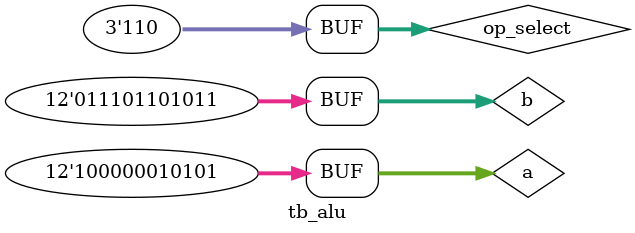
<source format=v>

module tb_alu;

reg [11:0] a, b;
reg [2:0] op_select;
wire [11:0] out;
wire overflow, cout, sign;

alu alu(a, b, op_select, out,, cout, sign, overflow);

initial begin
    // abs 
    op_select = 3'd0;
    a = 12'b1110_1111_0001;
    #50;
    // abs 
    op_select = 3'd0;
    a = 12'b1000_0000_0000;
    #50;
    //with overflow negetive numbers
    op_select = 3'd6;
    a = 12'b1000_0000_0001;
    b = 12'b1000_0110_0001;
    #50;
    //without overflow posetive numbers 
    op_select = 3'd6;
    a = 12'b0110_0000_1111;
    b = 12'b0000_0110_0001;
    #50;
    //with overflow posetive numbers 
    op_select = 3'd6;
    a = 12'b0110_1001_1111;
    b = 12'b0111_0110_1001;
    #50;
    //without overflow negetive numbers 
    op_select = 3'd6;
    a = 12'b1110_1111_0001;
    b = 12'b1110_0110_0101;
    #50;
    // postive nad negetive numbers 
    op_select = 3'd6;
    a = 12'b1110_1111_0001;
    b = 12'b0111_0110_1001;
    #50;
    //left shift 
    b = 12'b1110_1111_0001;
    #50;
    // and 
    op_select = 3'd2;
    a = 12'b1110_1111_0001;
    b = 12'b1110_0110_0101;
    #50;
    //or 
    op_select = 3'd3;
    #50;
    //xor
    op_select = 3'd4;
    #50;
    //not
    op_select = 3'd5;
    #50;
    //sub without overflow negetive numbers
    op_select = 3'd6;
    a = 12'b1000_0000_0001;
    b = 12'b1000_0110_0001;
    #50;
    //sub without overflow posetive numbers 
    op_select = 3'd6;
    a = 12'b0110_0000_1111;
    b = 12'b0000_0110_0001;
    #50;
    //sub postive nad negetive numbers with overflow
    op_select = 3'd6;
    a = 12'b1000_0001_0101;
    b = 12'b0111_0110_1011;
end

endmodule                                                                                                                                                                             

</source>
